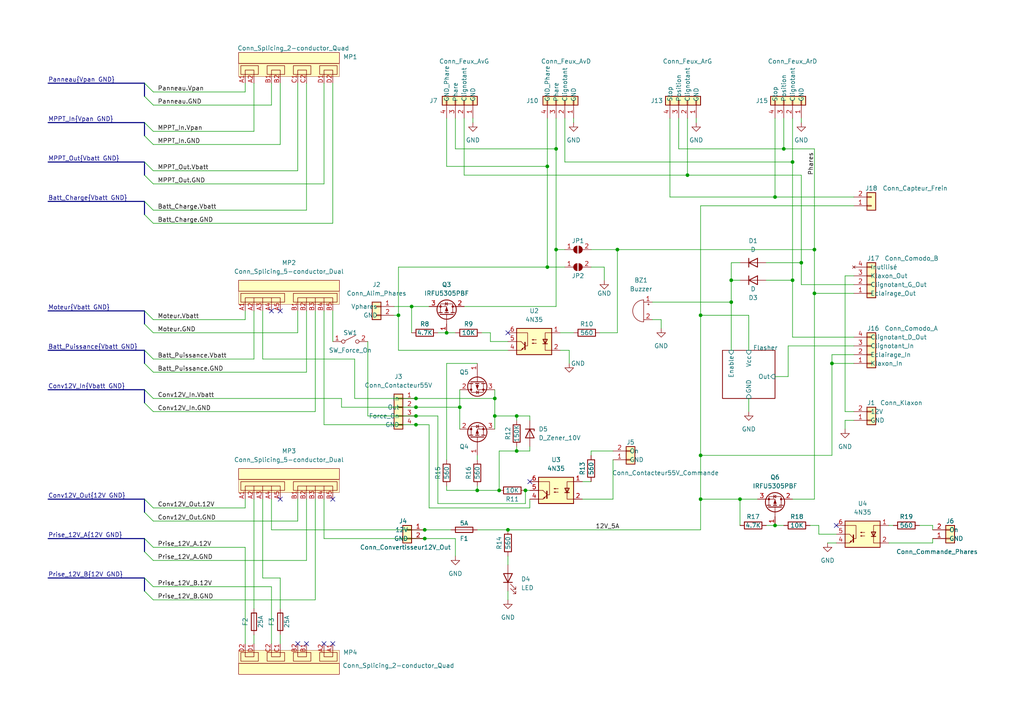
<source format=kicad_sch>
(kicad_sch (version 20211123) (generator eeschema)
  (paper "A4")
  (title_block (title "Boitier électrique vhéliotech") (date "2025-04-09") (rev "Beta 0.2") (company "Vélo solaire pour tous") (comment 1 "Licence CERN-OHL-S version 2"))
  (lib_symbols
    (symbol "Conn_Feux_Arriere_1" (pin_names (offset 1.016))
      (property "Reference" "J" (at 0 5.08 0))
      (property "Value" "Conn_Feux_Arriere_1" (at 0 -7.62 0))
      (symbol "Conn_Feux_Arriere_1_1_1"
        (rectangle (start -1.27 -4.953) (end 0 -5.207) (stroke (width 0.1524)))
        (rectangle (start -1.27 -2.413) (end 0 -2.667) (stroke (width 0.1524)))
        (rectangle (start -1.27 0.127) (end 0 -0.127) (stroke (width 0.1524)))
        (rectangle (start -1.27 2.667) (end 0 2.413) (stroke (width 0.1524)))
        (rectangle (start -1.27 3.81) (end 1.27 -6.35) (stroke (width 0.254)) (fill (type background)))
        (pin power_in line (at -5.08 2.54 0) (length 3.81) (name "GND") (number "1"))
        (pin passive line (at -5.08 0 0) (length 3.81) (name "Clignotant") (number "2"))
        (pin passive line (at -5.08 -2.54 0) (length 3.81) (name "Position") (number "3"))
        (pin passive line (at -5.08 -5.08 0) (length 3.81) (name "Stop") (number "4"))
      )
    )
    (symbol "Connector_Generic:Conn_01x02" (pin_names (offset 1.016) hide)
      (property "Reference" "J" (at 0 2.54 0))
      (property "Value" "Conn_01x02" (at 0 -5.08 0))
      (symbol "Conn_01x02_1_1"
        (rectangle (start -1.27 -2.413) (end 0 -2.667) (stroke (width 0.1524)))
        (rectangle (start -1.27 0.127) (end 0 -0.127) (stroke (width 0.1524)))
        (rectangle (start -1.27 1.27) (end 1.27 -3.81) (stroke (width 0.254)) (fill (type background)))
        (pin passive line (at -5.08 0 0) (length 3.81) (name "Pin_1") (number "1"))
        (pin passive line (at -5.08 -2.54 0) (length 3.81) (name "Pin_2") (number "2"))
      )
    )
    (symbol "Device:Buzzer" (pin_names (offset 0.0254) hide)
      (property "Reference" "BZ" (at 3.81 1.27 0))
      (property "Value" "Buzzer" (at 3.81 -1.27 0))
      (symbol "Buzzer_0_1"
        (arc (start 0 -3.175) (mid 3.175 0) (end 0 3.175))
        (polyline (pts (xy -1.651 1.905) (xy -1.143 1.905)))
        (polyline (pts (xy -1.397 2.159) (xy -1.397 1.651)))
        (polyline (pts (xy 0 3.175) (xy 0 -3.175)))
      )
      (symbol "Buzzer_1_1"
        (pin passive line (at -2.54 2.54 0) (length 2.54) (name "-") (number "1"))
        (pin passive line (at -2.54 -2.54 0) (length 2.54) (name "+") (number "2"))
      )
    )
    (symbol "Device:D" (pin_numbers hide) (pin_names (offset 1.016) hide)
      (property "Reference" "D" (at 0 2.54 0))
      (property "Value" "D" (at 0 -2.54 0))
      (symbol "D_0_1"
        (polyline (pts (xy -1.27 1.27) (xy -1.27 -1.27)) (stroke (width 0.254)))
        (polyline (pts (xy 1.27 0) (xy -1.27 0)))
        (polyline (pts (xy 1.27 1.27) (xy 1.27 -1.27) (xy -1.27 0) (xy 1.27 1.27)) (stroke (width 0.254)))
      )
      (symbol "D_1_1"
        (pin passive line (at -3.81 0 0) (length 2.54) (name "K") (number "1"))
        (pin passive line (at 3.81 0 180) (length 2.54) (name "A") (number "2"))
      )
    )
    (symbol "Device:D_Zener" (pin_numbers hide) (pin_names (offset 1.016) hide)
      (property "Reference" "D" (at 0 2.54 0))
      (property "Value" "D_Zener" (at 0 -2.54 0))
      (symbol "D_Zener_0_1"
        (polyline (pts (xy 1.27 0) (xy -1.27 0)))
        (polyline (pts (xy -1.27 -1.27) (xy -1.27 1.27) (xy -0.762 1.27)) (stroke (width 0.254)))
        (polyline (pts (xy 1.27 -1.27) (xy 1.27 1.27) (xy -1.27 0) (xy 1.27 -1.27)) (stroke (width 0.254)))
      )
      (symbol "D_Zener_1_1"
        (pin passive line (at -3.81 0 0) (length 2.54) (name "K") (number "1"))
        (pin passive line (at 3.81 0 180) (length 2.54) (name "A") (number "2"))
      )
    )
    (symbol "Device:LED" (pin_numbers hide) (pin_names (offset 1.016) hide)
      (property "Reference" "D" (at 0 2.54 0))
      (property "Value" "LED" (at 0 -2.54 0))
      (symbol "LED_0_1"
        (polyline (pts (xy -1.27 -1.27) (xy -1.27 1.27)) (stroke (width 0.254)))
        (polyline (pts (xy -1.27 0) (xy 1.27 0)))
        (polyline (pts (xy 1.27 -1.27) (xy 1.27 1.27) (xy -1.27 0) (xy 1.27 -1.27)) (stroke (width 0.254)))
        (polyline (pts (xy -3.048 -0.762) (xy -4.572 -2.286) (xy -3.81 -2.286) (xy -4.572 -2.286) (xy -4.572 -1.524)))
        (polyline (pts (xy -1.778 -0.762) (xy -3.302 -2.286) (xy -2.54 -2.286) (xy -3.302 -2.286) (xy -3.302 -1.524)))
      )
      (symbol "LED_1_1"
        (pin passive line (at -3.81 0 0) (length 2.54) (name "K") (number "1"))
        (pin passive line (at 3.81 0 180) (length 2.54) (name "A") (number "2"))
      )
    )
    (symbol "Device:R" (pin_numbers hide) (pin_names (offset 0))
      (property "Reference" "R" (at 2.032 0 90))
      (property "Value" "R" (at 0 0 90))
      (symbol "R_0_1"
        (rectangle (start -1.016 -2.54) (end 1.016 2.54) (stroke (width 0.254)))
      )
      (symbol "R_1_1"
        (pin passive line (at 0 3.81 270) (length 1.27) (name "~") (number "1"))
        (pin passive line (at 0 -3.81 90) (length 1.27) (name "~") (number "2"))
      )
    )
    (symbol "Isolator:4N35" (pin_names (offset 1.016))
      (property "Reference" "U" (at -5.08 5.08 0))
      (property "Value" "4N35" (at 0 5.08 0))
      (symbol "4N35_0_1"
        (rectangle (start -5.08 3.81) (end 5.08 -3.81) (stroke (width 0.254)) (fill (type background)))
        (polyline (pts (xy -3.81 -0.635) (xy -2.54 -0.635)) (stroke (width 0.254)))
        (polyline (pts (xy 2.667 -1.397) (xy 3.81 -2.54)))
        (polyline (pts (xy 2.667 -1.143) (xy 3.81 0)))
        (polyline (pts (xy 3.81 -2.54) (xy 5.08 -2.54)))
        (polyline (pts (xy 3.81 0) (xy 5.08 0)))
        (polyline (pts (xy 2.667 -0.254) (xy 2.667 -2.286) (xy 2.667 -2.286)) (stroke (width 0.3556)))
        (polyline (pts (xy -5.08 -2.54) (xy -3.175 -2.54) (xy -3.175 2.54) (xy -5.08 2.54)))
        (polyline (pts (xy -3.175 -0.635) (xy -3.81 0.635) (xy -2.54 0.635) (xy -3.175 -0.635)) (stroke (width 0.254)))
        (polyline (pts (xy 3.683 -2.413) (xy 3.429 -1.905) (xy 3.175 -2.159) (xy 3.683 -2.413)))
        (polyline (pts (xy 5.08 2.54) (xy 1.905 2.54) (xy 1.905 -1.27) (xy 2.54 -1.27)))
        (polyline (pts (xy -0.635 -0.508) (xy 0.635 -0.508) (xy 0.254 -0.635) (xy 0.254 -0.381) (xy 0.635 -0.508)))
        (polyline (pts (xy -0.635 0.508) (xy 0.635 0.508) (xy 0.254 0.381) (xy 0.254 0.635) (xy 0.635 0.508)))
      )
      (symbol "4N35_1_1"
        (pin passive line (at -7.62 2.54 0) (length 2.54) (name "~") (number "1"))
        (pin passive line (at -7.62 -2.54 0) (length 2.54) (name "~") (number "2"))
        (pin no_connect line (at -5.08 0 0) (length 2.54) hide (name "NC") (number "3"))
        (pin passive line (at 7.62 -2.54 180) (length 2.54) (name "~") (number "4"))
        (pin passive line (at 7.62 0 180) (length 2.54) (name "~") (number "5"))
        (pin passive line (at 7.62 2.54 180) (length 2.54) (name "~") (number "6"))
      )
    )
    (symbol "Jumper:SolderJumper_2_Open" (pin_names (offset 0) hide)
      (property "Reference" "JP" (at 0 2.032 0))
      (property "Value" "SolderJumper_2_Open" (at 0 -2.54 0))
      (symbol "SolderJumper_2_Open_0_1"
        (arc (start -0.254 1.016) (mid -1.27 0) (end -0.254 -1.016))
        (arc (start -0.254 1.016) (mid -1.27 0) (end -0.254 -1.016) (fill (type outline)))
        (polyline (pts (xy -0.254 1.016) (xy -0.254 -1.016)))
        (polyline (pts (xy 0.254 1.016) (xy 0.254 -1.016)))
        (arc (start 0.254 -1.016) (mid 1.27 0) (end 0.254 1.016))
        (arc (start 0.254 -1.016) (mid 1.27 0) (end 0.254 1.016) (fill (type outline)))
      )
      (symbol "SolderJumper_2_Open_1_1"
        (pin passive line (at -3.81 0 0) (length 2.54) (name "A") (number "1"))
        (pin passive line (at 3.81 0 180) (length 2.54) (name "B") (number "2"))
      )
    )
    (symbol "Switch:SW_SPST" (pin_names (offset 0) hide)
      (property "Reference" "SW" (at 0 3.175 0))
      (property "Value" "SW_SPST" (at 0 -2.54 0))
      (symbol "SW_SPST_0_0"
        (circle (center -2.032 0) (radius 0.508))
        (polyline (pts (xy -1.524 0.254) (xy 1.524 1.778)))
        (circle (center 2.032 0) (radius 0.508))
      )
      (symbol "SW_SPST_1_1"
        (pin passive line (at -5.08 0 0) (length 2.54) (name "A") (number "1"))
        (pin passive line (at 5.08 0 180) (length 2.54) (name "B") (number "2"))
      )
    )
    (symbol "Transistor_FET:FQP27P06" (pin_names hide)
      (property "Reference" "Q" (at 5.08 1.905 0))
      (property "Value" "FQP27P06" (at 5.08 0 0))
      (symbol "FQP27P06_0_1"
        (polyline (pts (xy 0.254 0) (xy -2.54 0)))
        (polyline (pts (xy 0.254 1.905) (xy 0.254 -1.905)) (stroke (width 0.254)))
        (polyline (pts (xy 0.762 -1.27) (xy 0.762 -2.286)) (stroke (width 0.254)))
        (polyline (pts (xy 0.762 0.508) (xy 0.762 -0.508)) (stroke (width 0.254)))
        (polyline (pts (xy 0.762 2.286) (xy 0.762 1.27)) (stroke (width 0.254)))
        (polyline (pts (xy 2.54 2.54) (xy 2.54 1.778)))
        (polyline (pts (xy 2.54 -2.54) (xy 2.54 0) (xy 0.762 0)))
        (polyline (pts (xy 0.762 1.778) (xy 3.302 1.778) (xy 3.302 -1.778) (xy 0.762 -1.778)))
        (polyline (pts (xy 2.286 0) (xy 1.27 0.381) (xy 1.27 -0.381) (xy 2.286 0)) (fill (type outline)))
        (polyline (pts (xy 2.794 -0.508) (xy 2.921 -0.381) (xy 3.683 -0.381) (xy 3.81 -0.254)))
        (polyline (pts (xy 3.302 -0.381) (xy 2.921 0.254) (xy 3.683 0.254) (xy 3.302 -0.381)))
        (circle (center 1.651 0) (radius 2.794) (stroke (width 0.254)))
        (circle (center 2.54 -1.778) (radius 0.254) (fill (type outline)))
        (circle (center 2.54 1.778) (radius 0.254) (fill (type outline)))
      )
      (symbol "FQP27P06_1_1"
        (pin input line (at -5.08 0 0) (length 2.54) (name "G") (number "1"))
        (pin passive line (at 2.54 5.08 270) (length 2.54) (name "D") (number "2"))
        (pin passive line (at 2.54 -5.08 90) (length 2.54) (name "S") (number "3"))
      )
    )
    (symbol "circuit:Conn_Alim_Phares" (pin_names (offset 1.016))
      (property "Reference" "J" (at 0 2.54 0))
      (property "Value" "Conn_Alim_Phares" (at 0 -5.08 0))
      (symbol "Conn_Alim_Phares_1_1"
        (rectangle (start -1.27 -2.413) (end 0 -2.667) (stroke (width 0.1524)))
        (rectangle (start -1.27 0.127) (end 0 -0.127) (stroke (width 0.1524)))
        (rectangle (start -1.27 1.27) (end 1.27 -3.81) (stroke (width 0.254)) (fill (type background)))
        (pin power_out line (at -5.08 0 0) (length 3.81) (name "Vphares") (number "1"))
        (pin power_out line (at -5.08 -2.54 0) (length 3.81) (name "GND") (number "2"))
      )
    )
    (symbol "circuit:Conn_Commande_Phares" (pin_names (offset 1.016))
      (property "Reference" "J" (at 0 2.54 0))
      (property "Value" "Conn_Commande_Phares" (at 0 -5.08 0))
      (symbol "Conn_Commande_Phares_1_1"
        (rectangle (start -1.27 -2.413) (end 0 -2.667) (stroke (width 0.1524)))
        (rectangle (start -1.27 0.127) (end 0 -0.127) (stroke (width 0.1524)))
        (rectangle (start -1.27 1.27) (end 1.27 -3.81) (stroke (width 0.254)) (fill (type background)))
        (pin power_in line (at -5.08 0 0) (length 3.81) (name "GND") (number "1"))
        (pin passive line (at -5.08 -2.54 0) (length 3.81) (name "On") (number "2"))
      )
    )
    (symbol "circuit:Conn_Comodo_A" (pin_names (offset 1.016))
      (property "Reference" "J" (at 0 5.08 0))
      (property "Value" "Conn_Comodo_A" (at 0 -7.62 0))
      (symbol "Conn_Comodo_A_1_1"
        (rectangle (start -1.27 -4.953) (end 0 -5.207) (stroke (width 0.1524)))
        (rectangle (start -1.27 -2.413) (end 0 -2.667) (stroke (width 0.1524)))
        (rectangle (start -1.27 0.127) (end 0 -0.127) (stroke (width 0.1524)))
        (rectangle (start -1.27 2.667) (end 0 2.413) (stroke (width 0.1524)))
        (rectangle (start -1.27 3.81) (end 1.27 -6.35) (stroke (width 0.254)) (fill (type background)))
        (pin passive line (at -5.08 2.54 0) (length 3.81) (name "Klaxon_In") (number "1"))
        (pin passive line (at -5.08 0 0) (length 3.81) (name "Eclairage_In") (number "2"))
        (pin passive line (at -5.08 -2.54 0) (length 3.81) (name "Clignotant_In") (number "3"))
        (pin passive line (at -5.08 -5.08 0) (length 3.81) (name "Clignotant_D_Out") (number "4"))
      )
    )
    (symbol "circuit:Conn_Comodo_B" (pin_names (offset 1.016))
      (property "Reference" "J" (at 0 5.08 0))
      (property "Value" "Conn_Comodo_B" (at 0 -7.62 0))
      (symbol "Conn_Comodo_B_1_1"
        (rectangle (start -1.27 -4.953) (end 0 -5.207) (stroke (width 0.1524)))
        (rectangle (start -1.27 -2.413) (end 0 -2.667) (stroke (width 0.1524)))
        (rectangle (start -1.27 0.127) (end 0 -0.127) (stroke (width 0.1524)))
        (rectangle (start -1.27 2.667) (end 0 2.413) (stroke (width 0.1524)))
        (rectangle (start -1.27 3.81) (end 1.27 -6.35) (stroke (width 0.254)) (fill (type background)))
        (pin passive line (at -5.08 2.54 0) (length 3.81) (name "Eclairage_Out") (number "1"))
        (pin passive line (at -5.08 0 0) (length 3.81) (name "Clignotant_G_Out") (number "2"))
        (pin passive line (at -5.08 -2.54 0) (length 3.81) (name "Klaxon_Out") (number "3"))
        (pin no_connect line (at -5.08 -5.08 0) (length 3.81) (name "Inutilisé") (number "4"))
      )
    )
    (symbol "circuit:Conn_Contacteur55V" (pin_names (offset 1.016))
      (property "Reference" "J" (at 0 5.08 0))
      (property "Value" "Conn_Contacteur55V" (at 0 -7.62 0))
      (symbol "Conn_Contacteur55V_1_1"
        (rectangle (start -1.27 -4.953) (end 0 -5.207) (stroke (width 0.1524)))
        (rectangle (start -1.27 -2.413) (end 0 -2.667) (stroke (width 0.1524)))
        (rectangle (start -1.27 0.127) (end 0 -0.127) (stroke (width 0.1524)))
        (rectangle (start -1.27 2.667) (end 0 2.413) (stroke (width 0.1524)))
        (rectangle (start -1.27 3.81) (end 1.27 -6.35) (stroke (width 0.254)) (fill (type background)))
        (pin power_in line (at -5.08 2.54 0) (length 3.81) (name "In") (number "1"))
        (pin power_in line (at -5.08 0 0) (length 3.81) (name "Out") (number "2"))
        (pin passive line (at -5.08 -2.54 0) (length 3.81) (name "Force_On") (number "3"))
        (pin power_in line (at -5.08 -5.08 0) (length 3.81) (name "GND") (number "4"))
      )
    )
    (symbol "circuit:Conn_Contacteur55V_Commande" (pin_names (offset 1.016))
      (property "Reference" "J" (at 0 2.54 0))
      (property "Value" "Conn_Contacteur55V_Commande" (at 0 -5.08 0))
      (symbol "Conn_Contacteur55V_Commande_1_1"
        (rectangle (start -1.27 -2.413) (end 0 -2.667) (stroke (width 0.1524)))
        (rectangle (start -1.27 0.127) (end 0 -0.127) (stroke (width 0.1524)))
        (rectangle (start -1.27 1.27) (end 1.27 -3.81) (stroke (width 0.254)) (fill (type background)))
        (pin power_in line (at -5.08 0 0) (length 3.81) (name "GND") (number "1"))
        (pin passive line (at -5.08 -2.54 0) (length 3.81) (name "On") (number "2"))
      )
    )
    (symbol "circuit:Conn_Convertisseur12V_Out" (pin_names (offset 1.016))
      (property "Reference" "J" (at 0 2.54 0))
      (property "Value" "Conn_Convertisseur12V_Out" (at 0 -5.08 0))
      (symbol "Conn_Convertisseur12V_Out_1_1"
        (rectangle (start -1.27 -2.413) (end 0 -2.667) (stroke (width 0.1524)))
        (rectangle (start -1.27 0.127) (end 0 -0.127) (stroke (width 0.1524)))
        (rectangle (start -1.27 1.27) (end 1.27 -3.81) (stroke (width 0.254)) (fill (type background)))
        (pin power_out line (at -5.08 0 0) (length 3.81) (name "12V") (number "1"))
        (pin power_out line (at -5.08 -2.54 0) (length 3.81) (name "GND") (number "2"))
      )
    )
    (symbol "circuit:Conn_Feux_Arriere" (pin_names (offset 1.016))
      (property "Reference" "J" (at 0 5.08 0))
      (property "Value" "Conn_Feux_Arriere" (at 0 -7.62 0))
      (symbol "Conn_Feux_Arriere_1_1"
        (rectangle (start -1.27 -4.953) (end 0 -5.207) (stroke (width 0.1524)))
        (rectangle (start -1.27 -2.413) (end 0 -2.667) (stroke (width 0.1524)))
        (rectangle (start -1.27 0.127) (end 0 -0.127) (stroke (width 0.1524)))
        (rectangle (start -1.27 2.667) (end 0 2.413) (stroke (width 0.1524)))
        (rectangle (start -1.27 3.81) (end 1.27 -6.35) (stroke (width 0.254)) (fill (type background)))
        (pin power_in line (at -5.08 2.54 0) (length 3.81) (name "GND") (number "1"))
        (pin passive line (at -5.08 0 0) (length 3.81) (name "Clignotant") (number "2"))
        (pin passive line (at -5.08 -2.54 0) (length 3.81) (name "Position") (number "3"))
        (pin passive line (at -5.08 -5.08 0) (length 3.81) (name "Stop") (number "4"))
      )
    )
    (symbol "circuit:Conn_Feux_Avant" (pin_names (offset 1.016))
      (property "Reference" "J" (at 0 5.08 0))
      (property "Value" "Conn_Feux_Avant" (at 0 -7.62 0))
      (symbol "Conn_Feux_Avant_1_1"
        (rectangle (start -1.27 -4.953) (end 0 -5.207) (stroke (width 0.1524)))
        (rectangle (start -1.27 -2.413) (end 0 -2.667) (stroke (width 0.1524)))
        (rectangle (start -1.27 0.127) (end 0 -0.127) (stroke (width 0.1524)))
        (rectangle (start -1.27 2.667) (end 0 2.413) (stroke (width 0.1524)))
        (rectangle (start -1.27 3.81) (end 1.27 -6.35) (stroke (width 0.254)) (fill (type background)))
        (pin power_in line (at -5.08 2.54 0) (length 3.81) (name "GND") (number "1"))
        (pin passive line (at -5.08 0 0) (length 3.81) (name "Clignotant") (number "2"))
        (pin passive line (at -5.08 -2.54 0) (length 3.81) (name "Phare") (number "3"))
        (pin power_in line (at -5.08 -5.08 0) (length 3.81) (name "GND_Phare") (number "4"))
      )
    )
    (symbol "circuit:Conn_Klaxon" (pin_names (offset 1.016))
      (property "Reference" "J" (at 0 2.54 0))
      (property "Value" "Conn_Klaxon" (at 0 -5.08 0))
      (symbol "Conn_Klaxon_1_1"
        (rectangle (start -1.27 -2.413) (end 0 -2.667) (stroke (width 0.1524)))
        (rectangle (start -1.27 0.127) (end 0 -0.127) (stroke (width 0.1524)))
        (rectangle (start -1.27 1.27) (end 1.27 -3.81) (stroke (width 0.254)) (fill (type background)))
        (pin power_in line (at -5.08 0 0) (length 3.81) (name "GND") (number "1"))
        (pin passive line (at -5.08 -2.54 0) (length 3.81) (name "12V") (number "2"))
      )
    )
    (symbol "circuit:Conn_Splicing_2-conductor_Quad"
      (property "Reference" "MP" (at 0.635 11.43 0))
      (property "Value" "Conn_Splicing_2-conductor_Quad" (at 1.27 -21.59 0))
      (symbol "Conn_Splicing_2-conductor_Quad_0_1"
        (rectangle (start -3.175 9.525) (end 0.635 -19.685) (stroke (width 0.01)) (fill (type background)))
        (rectangle (start -2.54 -13.97) (end 0 -19.05))
        (rectangle (start -2.54 -6.35) (end 0 -11.43))
        (rectangle (start -2.54 1.27) (end 0 -3.81))
        (rectangle (start -2.54 8.89) (end 0 3.81))
        (polyline (pts (xy -2.54 -15.24) (xy -1.27 -15.24) (xy -1.27 -17.78) (xy -2.54 -17.78)))
        (polyline (pts (xy -2.54 -7.62) (xy -1.27 -7.62) (xy -1.27 -10.16) (xy -2.54 -10.16)))
        (polyline (pts (xy -2.54 0) (xy -1.27 0) (xy -1.27 -2.54) (xy -2.54 -2.54)))
        (polyline (pts (xy -2.54 7.62) (xy -1.27 7.62) (xy -1.27 5.08) (xy -2.54 5.08)))
        (rectangle (start 0.635 9.525) (end 3.81 -19.685) (fill (type background)))
      )
      (symbol "Conn_Splicing_2-conductor_Quad_1_1"
        (pin passive line (at -5.08 7.62 0) (length 2.54) (name "") (number "A1"))
        (pin passive line (at -5.08 5.08 0) (length 2.54) (name "") (number "A2"))
        (pin passive line (at -5.08 0 0) (length 2.54) (name "") (number "B1"))
        (pin passive line (at -5.08 -2.54 0) (length 2.54) (name "") (number "B2"))
        (pin passive line (at -5.08 -7.62 0) (length 2.54) (name "") (number "C1"))
        (pin passive line (at -5.08 -10.16 0) (length 2.54) (name "") (number "C2"))
        (pin passive line (at -5.08 -15.24 0) (length 2.54) (name "") (number "D1"))
        (pin passive line (at -5.08 -17.78 0) (length 2.54) (name "") (number "D2"))
      )
    )
    (symbol "circuit:Conn_Splicing_5-conductor_Dual"
      (property "Reference" "MP" (at 0.635 11.43 0))
      (property "Value" "Conn_Splicing_5-conductor_Dual" (at 1.27 -21.59 0))
      (symbol "Conn_Splicing_5-conductor_Dual_0_1"
        (rectangle (start -3.175 9.525) (end 0.635 -19.685) (stroke (width 0.01)) (fill (type background)))
        (rectangle (start -2.54 -6.35) (end 0 -19.05))
        (rectangle (start -2.54 8.89) (end 0 -3.81))
        (polyline (pts (xy -1.27 -15.24) (xy -2.54 -15.24)))
        (polyline (pts (xy -1.27 -12.7) (xy -2.54 -12.7)))
        (polyline (pts (xy -1.27 -10.16) (xy -2.54 -10.16)))
        (polyline (pts (xy -1.27 0) (xy -2.54 0)))
        (polyline (pts (xy -1.27 2.54) (xy -2.54 2.54)))
        (polyline (pts (xy -1.27 5.08) (xy -2.54 5.08)))
        (polyline (pts (xy -2.54 -7.62) (xy -1.27 -7.62) (xy -1.27 -17.78) (xy -2.54 -17.78)))
        (polyline (pts (xy -2.54 7.62) (xy -1.27 7.62) (xy -1.27 -2.54) (xy -2.54 -2.54)))
        (rectangle (start 0.635 9.525) (end 3.81 -19.685) (fill (type background)))
      )
      (symbol "Conn_Splicing_5-conductor_Dual_1_1"
        (pin passive line (at -5.08 7.62 0) (length 2.54) (name "") (number "A1"))
        (pin passive line (at -5.08 5.08 0) (length 2.54) (name "") (number "A2"))
        (pin passive line (at -5.08 2.54 0) (length 2.54) (name "") (number "A3"))
        (pin passive line (at -5.08 0 0) (length 2.54) (name "") (number "A4"))
        (pin passive line (at -5.08 -2.54 0) (length 2.54) (name "") (number "A5"))
        (pin passive line (at -5.08 -7.62 0) (length 2.54) (name "") (number "B1"))
        (pin passive line (at -5.08 -10.16 0) (length 2.54) (name "") (number "B2"))
        (pin passive line (at -5.08 -12.7 0) (length 2.54) (name "") (number "B3"))
        (pin passive line (at -5.08 -15.24 0) (length 2.54) (name "") (number "B4"))
        (pin passive line (at -5.08 -17.78 0) (length 2.54) (name "") (number "B5"))
      )
    )
    (symbol "circuit:Fuse" (pin_numbers hide) (pin_names (offset 0))
      (property "Reference" "F" (at 2.032 0 90))
      (property "Value" "Fuse" (at -1.905 0 90))
      (symbol "Fuse_0_1"
        (rectangle (start -0.762 -2.54) (end 0.762 2.54) (stroke (width 0.254)))
        (polyline (pts (xy 0 2.54) (xy 0 -2.54)))
      )
      (symbol "Fuse_1_1"
        (pin passive line (at 0 3.81 270) (length 1.27) (name "~") (number "1"))
        (pin passive line (at 0 -3.81 90) (length 1.27) (name "~") (number "2"))
      )
    )
    (symbol "power:GND" (power) (pin_names (offset 0))
      (property "Value" "GND" (at 0 -3.81 0))
      (symbol "GND_0_1"
        (polyline (pts (xy 0 0) (xy 0 -1.27) (xy 1.27 -1.27) (xy 0 -2.54) (xy -1.27 -1.27) (xy 0 -1.27)))
      )
      (symbol "GND_1_1"
        (pin power_in line (at 0 0 270) (length 0) hide (name "GND") (number "1"))
      )
    )
  )
  (junction (at 203.2 132.08))
  (junction (at 149.86 130.81))
  (junction (at 149.86 120.65))
  (junction (at 123.19 156.21))
  (junction (at 179.07 72.39))
  (junction (at 144.78 142.24))
  (junction (at 120.65 120.65))
  (junction (at 199.39 50.8))
  (junction (at 161.29 43.18))
  (junction (at 120.65 123.19))
  (junction (at 224.79 57.15))
  (junction (at 229.87 81.28))
  (junction (at 203.2 91.44))
  (junction (at 115.57 91.44))
  (junction (at 224.79 152.4))
  (junction (at 227.33 43.18))
  (junction (at 161.29 72.39))
  (junction (at 229.87 46.99))
  (junction (at 212.09 81.28))
  (junction (at 241.3 105.41))
  (junction (at 138.43 142.24))
  (junction (at 236.22 72.39))
  (junction (at 152.4 142.24))
  (junction (at 158.75 48.26))
  (junction (at 212.09 87.63))
  (junction (at 133.35 118.11))
  (junction (at 143.51 120.65))
  (junction (at 147.32 153.67))
  (junction (at 120.65 118.11))
  (junction (at 120.65 115.57))
  (junction (at 143.51 115.57))
  (junction (at 129.54 96.52))
  (junction (at 123.19 153.67))
  (junction (at 236.22 85.09))
  (junction (at 203.2 144.78))
  (junction (at 232.41 76.2))
  (junction (at 214.63 144.78))
  (junction (at 158.75 77.47))
  (junction (at 119.38 88.9))
  (no_connect (at 96.52 186.69))
  (no_connect (at 242.57 152.4))
  (no_connect (at 96.52 144.78))
  (no_connect (at 147.32 96.52))
  (no_connect (at 78.74 90.17))
  (no_connect (at 88.9 186.69))
  (no_connect (at 93.98 186.69))
  (no_connect (at 86.36 186.69))
  (no_connect (at 81.28 144.78))
  (no_connect (at 153.67 139.7))
  (no_connect (at 81.28 90.17))
  (bus_entry (at 41.91 35.56) (size 2.54 2.54))
  (bus_entry (at 41.91 105.41) (size 2.54 2.54))
  (bus_entry (at 41.91 144.78) (size 2.54 2.54))
  (bus_entry (at 41.91 58.42) (size 2.54 2.54))
  (bus_entry (at 41.91 116.84) (size 2.54 2.54))
  (bus_entry (at 41.91 62.23) (size 2.54 2.54))
  (bus_entry (at 41.91 24.13) (size 2.54 2.54))
  (bus_entry (at 41.91 50.8) (size 2.54 2.54))
  (bus_entry (at 41.91 167.64) (size 2.54 2.54))
  (bus_entry (at 41.91 46.99) (size 2.54 2.54))
  (bus_entry (at 41.91 156.21) (size 2.54 2.54))
  (bus_entry (at 41.91 93.98) (size 2.54 2.54))
  (bus_entry (at 41.91 113.03) (size 2.54 2.54))
  (bus_entry (at 41.91 171.45) (size 2.54 2.54))
  (bus_entry (at 41.91 90.17) (size 2.54 2.54))
  (bus_entry (at 41.91 148.59) (size 2.54 2.54))
  (bus_entry (at 41.91 27.94) (size 2.54 2.54))
  (bus_entry (at 41.91 160.02) (size 2.54 2.54))
  (bus_entry (at 41.91 101.6) (size 2.54 2.54))
  (bus_entry (at 41.91 39.37) (size 2.54 2.54))
  (wire (pts (xy 217.17 115.57) (xy 217.17 119.38)))
  (wire (pts (xy 71.12 147.32) (xy 71.12 144.78)))
  (wire (pts (xy 203.2 144.78) (xy 203.2 153.67)))
  (wire (pts (xy 214.63 144.78) (xy 219.71 144.78)))
  (wire (pts (xy 212.09 87.63) (xy 212.09 101.6)))
  (wire (pts (xy 161.29 72.39) (xy 161.29 88.9)))
  (wire (pts (xy 247.65 121.92) (xy 245.11 121.92)))
  (wire (pts (xy 149.86 130.81) (xy 153.67 130.81)))
  (bus (pts (xy 41.91 35.56) (xy 41.91 39.37)))
  (wire (pts (xy 133.35 118.11) (xy 133.35 124.46)))
  (wire (pts (xy 203.2 144.78) (xy 214.63 144.78)))
  (wire (pts (xy 88.9 162.56) (xy 88.9 144.78)))
  (wire (pts (xy 129.54 34.29) (xy 129.54 48.26)))
  (wire (pts (xy 228.6 100.33) (xy 228.6 109.22)))
  (wire (pts (xy 222.25 76.2) (xy 232.41 76.2)))
  (wire (pts (xy 153.67 130.81) (xy 153.67 129.54)))
  (wire (pts (xy 161.29 43.18) (xy 132.08 43.18)))
  (wire (pts (xy 212.09 81.28) (xy 212.09 87.63)))
  (bus (pts (xy 13.97 24.13) (xy 41.91 24.13)))
  (wire (pts (xy 44.45 162.56) (xy 88.9 162.56)))
  (bus (pts (xy 41.91 144.78) (xy 41.91 148.59)))
  (wire (pts (xy 44.45 158.75) (xy 71.12 158.75)))
  (wire (pts (xy 227.33 34.29) (xy 227.33 43.18)))
  (wire (pts (xy 214.63 144.78) (xy 214.63 152.4)))
  (wire (pts (xy 44.45 170.18) (xy 78.74 170.18)))
  (wire (pts (xy 120.65 118.11) (xy 133.35 118.11)))
  (wire (pts (xy 93.98 90.17) (xy 93.98 123.19)))
  (wire (pts (xy 76.2 104.14) (xy 102.87 104.14)))
  (wire (pts (xy 199.39 34.29) (xy 199.39 50.8)))
  (wire (pts (xy 153.67 144.78) (xy 153.67 147.32)))
  (wire (pts (xy 147.32 171.45) (xy 147.32 173.99)))
  (wire (pts (xy 127 96.52) (xy 129.54 96.52)))
  (wire (pts (xy 88.9 60.96) (xy 88.9 24.13)))
  (wire (pts (xy 158.75 77.47) (xy 115.57 77.47)))
  (wire (pts (xy 229.87 46.99) (xy 163.83 46.99)))
  (wire (pts (xy 138.43 142.24) (xy 138.43 140.97)))
  (wire (pts (xy 120.65 123.19) (xy 93.98 123.19)))
  (wire (pts (xy 161.29 72.39) (xy 163.83 72.39)))
  (wire (pts (xy 152.4 142.24) (xy 152.4 146.05)))
  (wire (pts (xy 44.45 147.32) (xy 71.12 147.32)))
  (wire (pts (xy 73.66 144.78) (xy 73.66 176.53)))
  (wire (pts (xy 147.32 99.06) (xy 142.24 99.06)))
  (wire (pts (xy 237.49 152.4) (xy 237.49 154.94)))
  (wire (pts (xy 162.56 96.52) (xy 166.37 96.52)))
  (wire (pts (xy 81.28 167.64) (xy 81.28 176.53)))
  (wire (pts (xy 44.45 30.48) (xy 78.74 30.48)))
  (wire (pts (xy 137.16 34.29) (xy 137.16 35.56)))
  (wire (pts (xy 161.29 34.29) (xy 161.29 43.18)))
  (wire (pts (xy 241.3 105.41) (xy 241.3 102.87)))
  (wire (pts (xy 229.87 144.78) (xy 236.22 144.78)))
  (wire (pts (xy 129.54 140.97) (xy 129.54 142.24)))
  (wire (pts (xy 114.3 91.44) (xy 115.57 91.44)))
  (wire (pts (xy 44.45 26.67) (xy 71.12 26.67)))
  (wire (pts (xy 102.87 115.57) (xy 120.65 115.57)))
  (wire (pts (xy 179.07 72.39) (xy 236.22 72.39)))
  (wire (pts (xy 96.52 90.17) (xy 96.52 99.06)))
  (wire (pts (xy 158.75 77.47) (xy 163.83 77.47)))
  (wire (pts (xy 147.32 153.67) (xy 203.2 153.67)))
  (wire (pts (xy 71.12 92.71) (xy 71.12 90.17)))
  (wire (pts (xy 161.29 43.18) (xy 161.29 72.39)))
  (wire (pts (xy 245.11 119.38) (xy 247.65 119.38)))
  (wire (pts (xy 86.36 96.52) (xy 86.36 90.17)))
  (wire (pts (xy 247.65 97.79) (xy 229.87 97.79)))
  (wire (pts (xy 91.44 173.99) (xy 91.44 144.78)))
  (bus (pts (xy 13.97 144.78) (xy 41.91 144.78)))
  (wire (pts (xy 102.87 104.14) (xy 102.87 115.57)))
  (wire (pts (xy 143.51 115.57) (xy 143.51 120.65)))
  (wire (pts (xy 127 120.65) (xy 120.65 120.65)))
  (wire (pts (xy 78.74 186.69) (xy 78.74 170.18)))
  (bus (pts (xy 13.97 156.21) (xy 41.91 156.21)))
  (wire (pts (xy 203.2 91.44) (xy 217.17 91.44)))
  (bus (pts (xy 13.97 58.42) (xy 41.91 58.42)))
  (bus (pts (xy 13.97 35.56) (xy 41.91 35.56)))
  (wire (pts (xy 245.11 80.01) (xy 245.11 119.38)))
  (wire (pts (xy 129.54 48.26) (xy 158.75 48.26)))
  (wire (pts (xy 73.66 184.15) (xy 73.66 186.69)))
  (wire (pts (xy 203.2 91.44) (xy 203.2 132.08)))
  (wire (pts (xy 224.79 57.15) (xy 224.79 34.29)))
  (wire (pts (xy 123.19 156.21) (xy 132.08 156.21)))
  (wire (pts (xy 162.56 101.6) (xy 165.1 101.6)))
  (wire (pts (xy 138.43 153.67) (xy 147.32 153.67)))
  (wire (pts (xy 191.77 95.25) (xy 191.77 92.71)))
  (wire (pts (xy 179.07 72.39) (xy 179.07 96.52)))
  (wire (pts (xy 153.67 121.92) (xy 153.67 120.65)))
  (wire (pts (xy 201.93 34.29) (xy 201.93 35.56)))
  (wire (pts (xy 236.22 43.18) (xy 236.22 72.39)))
  (wire (pts (xy 177.8 133.35) (xy 177.8 144.78)))
  (wire (pts (xy 81.28 184.15) (xy 81.28 186.69)))
  (wire (pts (xy 241.3 105.41) (xy 241.3 132.08)))
  (wire (pts (xy 158.75 48.26) (xy 158.75 77.47)))
  (wire (pts (xy 153.67 120.65) (xy 149.86 120.65)))
  (wire (pts (xy 76.2 90.17) (xy 76.2 104.14)))
  (wire (pts (xy 78.74 30.48) (xy 78.74 24.13)))
  (wire (pts (xy 212.09 76.2) (xy 212.09 81.28)))
  (wire (pts (xy 78.74 153.67) (xy 78.74 144.78)))
  (wire (pts (xy 153.67 147.32) (xy 124.46 147.32)))
  (wire (pts (xy 152.4 146.05) (xy 127 146.05)))
  (wire (pts (xy 44.45 53.34) (xy 93.98 53.34)))
  (wire (pts (xy 194.31 57.15) (xy 194.31 34.29)))
  (wire (pts (xy 229.87 81.28) (xy 229.87 97.79)))
  (wire (pts (xy 114.3 88.9) (xy 119.38 88.9)))
  (wire (pts (xy 228.6 100.33) (xy 247.65 100.33)))
  (wire (pts (xy 134.62 50.8) (xy 134.62 34.29)))
  (wire (pts (xy 245.11 80.01) (xy 247.65 80.01)))
  (wire (pts (xy 115.57 91.44) (xy 115.57 101.6)))
  (wire (pts (xy 222.25 81.28) (xy 229.87 81.28)))
  (bus (pts (xy 13.97 113.03) (xy 41.91 113.03)))
  (wire (pts (xy 168.91 139.7) (xy 171.45 139.7)))
  (bus (pts (xy 41.91 101.6) (xy 41.91 105.41)))
  (wire (pts (xy 179.07 96.52) (xy 173.99 96.52)))
  (wire (pts (xy 115.57 77.47) (xy 115.57 91.44)))
  (bus (pts (xy 41.91 46.99) (xy 41.91 50.8)))
  (wire (pts (xy 88.9 107.95) (xy 88.9 90.17)))
  (wire (pts (xy 44.45 115.57) (xy 99.06 115.57)))
  (wire (pts (xy 144.78 130.81) (xy 144.78 142.24)))
  (wire (pts (xy 212.09 81.28) (xy 214.63 81.28)))
  (bus (pts (xy 41.91 24.13) (xy 41.91 27.94)))
  (wire (pts (xy 86.36 151.13) (xy 86.36 144.78)))
  (wire (pts (xy 44.45 107.95) (xy 88.9 107.95)))
  (wire (pts (xy 76.2 144.78) (xy 76.2 167.64)))
  (wire (pts (xy 232.41 76.2) (xy 232.41 82.55)))
  (wire (pts (xy 147.32 161.29) (xy 147.32 163.83)))
  (wire (pts (xy 203.2 59.69) (xy 247.65 59.69)))
  (wire (pts (xy 99.06 118.11) (xy 99.06 115.57)))
  (wire (pts (xy 189.23 87.63) (xy 212.09 87.63)))
  (wire (pts (xy 106.68 99.06) (xy 106.68 120.65)))
  (wire (pts (xy 149.86 129.54) (xy 149.86 130.81)))
  (wire (pts (xy 86.36 49.53) (xy 86.36 24.13)))
  (wire (pts (xy 123.19 153.67) (xy 78.74 153.67)))
  (wire (pts (xy 44.45 41.91) (xy 81.28 41.91)))
  (wire (pts (xy 196.85 34.29) (xy 196.85 43.18)))
  (wire (pts (xy 93.98 156.21) (xy 93.98 144.78)))
  (wire (pts (xy 177.8 130.81) (xy 171.45 130.81)))
  (wire (pts (xy 81.28 41.91) (xy 81.28 24.13)))
  (wire (pts (xy 127 146.05) (xy 127 120.65)))
  (wire (pts (xy 147.32 101.6) (xy 115.57 101.6)))
  (wire (pts (xy 203.2 59.69) (xy 203.2 91.44)))
  (wire (pts (xy 214.63 76.2) (xy 212.09 76.2)))
  (bus (pts (xy 41.91 167.64) (xy 41.91 171.45)))
  (wire (pts (xy 44.45 119.38) (xy 91.44 119.38)))
  (wire (pts (xy 73.66 104.14) (xy 73.66 90.17)))
  (wire (pts (xy 119.38 88.9) (xy 119.38 96.52)))
  (wire (pts (xy 44.45 64.77) (xy 96.52 64.77)))
  (wire (pts (xy 241.3 102.87) (xy 247.65 102.87)))
  (wire (pts (xy 171.45 72.39) (xy 179.07 72.39)))
  (wire (pts (xy 44.45 151.13) (xy 86.36 151.13)))
  (wire (pts (xy 199.39 50.8) (xy 134.62 50.8)))
  (wire (pts (xy 168.91 144.78) (xy 177.8 144.78)))
  (wire (pts (xy 247.65 105.41) (xy 241.3 105.41)))
  (wire (pts (xy 44.45 49.53) (xy 86.36 49.53)))
  (wire (pts (xy 91.44 119.38) (xy 91.44 90.17)))
  (wire (pts (xy 270.51 153.67) (xy 270.51 152.4)))
  (wire (pts (xy 132.08 156.21) (xy 132.08 161.29)))
  (wire (pts (xy 232.41 50.8) (xy 232.41 76.2)))
  (wire (pts (xy 138.43 142.24) (xy 144.78 142.24)))
  (wire (pts (xy 245.11 121.92) (xy 245.11 124.46)))
  (wire (pts (xy 73.66 38.1) (xy 73.66 24.13)))
  (wire (pts (xy 124.46 147.32) (xy 124.46 123.19)))
  (wire (pts (xy 120.65 115.57) (xy 143.51 115.57)))
  (wire (pts (xy 224.79 57.15) (xy 194.31 57.15)))
  (wire (pts (xy 142.24 99.06) (xy 142.24 96.52)))
  (wire (pts (xy 163.83 46.99) (xy 163.83 34.29)))
  (wire (pts (xy 44.45 92.71) (xy 71.12 92.71)))
  (wire (pts (xy 266.7 152.4) (xy 270.51 152.4)))
  (wire (pts (xy 71.12 26.67) (xy 71.12 24.13)))
  (wire (pts (xy 224.79 57.15) (xy 247.65 57.15)))
  (bus (pts (xy 13.97 167.64) (xy 41.91 167.64)))
  (wire (pts (xy 175.26 81.28) (xy 175.26 77.47)))
  (wire (pts (xy 236.22 85.09) (xy 247.65 85.09)))
  (wire (pts (xy 143.51 120.65) (xy 143.51 124.46)))
  (wire (pts (xy 143.51 113.03) (xy 143.51 115.57)))
  (wire (pts (xy 236.22 85.09) (xy 236.22 144.78)))
  (wire (pts (xy 133.35 113.03) (xy 133.35 118.11)))
  (wire (pts (xy 171.45 77.47) (xy 175.26 77.47)))
  (wire (pts (xy 44.45 60.96) (xy 88.9 60.96)))
  (wire (pts (xy 44.45 96.52) (xy 86.36 96.52)))
  (wire (pts (xy 138.43 133.35) (xy 138.43 132.08)))
  (wire (pts (xy 203.2 132.08) (xy 241.3 132.08)))
  (wire (pts (xy 106.68 120.65) (xy 120.65 120.65)))
  (bus (pts (xy 41.91 90.17) (xy 41.91 93.98)))
  (wire (pts (xy 124.46 123.19) (xy 120.65 123.19)))
  (wire (pts (xy 236.22 72.39) (xy 236.22 85.09)))
  (wire (pts (xy 158.75 48.26) (xy 158.75 34.29)))
  (wire (pts (xy 152.4 142.24) (xy 153.67 142.24)))
  (wire (pts (xy 229.87 46.99) (xy 229.87 81.28)))
  (wire (pts (xy 44.45 173.99) (xy 91.44 173.99)))
  (wire (pts (xy 119.38 88.9) (xy 124.46 88.9)))
  (wire (pts (xy 96.52 64.77) (xy 96.52 24.13)))
  (bus (pts (xy 13.97 46.99) (xy 41.91 46.99)))
  (bus (pts (xy 13.97 101.6) (xy 41.91 101.6)))
  (wire (pts (xy 199.39 50.8) (xy 232.41 50.8)))
  (wire (pts (xy 99.06 118.11) (xy 120.65 118.11)))
  (bus (pts (xy 41.91 58.42) (xy 41.91 62.23)))
  (wire (pts (xy 203.2 132.08) (xy 203.2 144.78)))
  (wire (pts (xy 171.45 130.81) (xy 171.45 132.08)))
  (wire (pts (xy 229.87 34.29) (xy 229.87 46.99)))
  (wire (pts (xy 166.37 34.29) (xy 166.37 35.56)))
  (wire (pts (xy 44.45 104.14) (xy 73.66 104.14)))
  (wire (pts (xy 138.43 105.41) (xy 129.54 105.41)))
  (bus (pts (xy 41.91 156.21) (xy 41.91 160.02)))
  (wire (pts (xy 224.79 109.22) (xy 228.6 109.22)))
  (wire (pts (xy 222.25 152.4) (xy 224.79 152.4)))
  (bus (pts (xy 13.97 90.17) (xy 41.91 90.17)))
  (wire (pts (xy 191.77 92.71) (xy 189.23 92.71)))
  (wire (pts (xy 257.81 152.4) (xy 259.08 152.4)))
  (wire (pts (xy 232.41 82.55) (xy 247.65 82.55)))
  (wire (pts (xy 232.41 34.29) (xy 232.41 35.56)))
  (wire (pts (xy 44.45 38.1) (xy 73.66 38.1)))
  (wire (pts (xy 217.17 91.44) (xy 217.17 101.6)))
  (wire (pts (xy 129.54 105.41) (xy 129.54 133.35)))
  (wire (pts (xy 143.51 120.65) (xy 149.86 120.65)))
  (wire (pts (xy 196.85 43.18) (xy 227.33 43.18)))
  (wire (pts (xy 76.2 167.64) (xy 81.28 167.64)))
  (wire (pts (xy 224.79 152.4) (xy 227.33 152.4)))
  (wire (pts (xy 134.62 88.9) (xy 161.29 88.9)))
  (wire (pts (xy 129.54 96.52) (xy 132.08 96.52)))
  (wire (pts (xy 129.54 142.24) (xy 138.43 142.24)))
  (wire (pts (xy 123.19 156.21) (xy 93.98 156.21)))
  (wire (pts (xy 242.57 154.94) (xy 237.49 154.94)))
  (wire (pts (xy 227.33 43.18) (xy 236.22 43.18)))
  (bus (pts (xy 41.91 113.03) (xy 41.91 116.84)))
  (wire (pts (xy 149.86 130.81) (xy 144.78 130.81)))
  (wire (pts (xy 237.49 152.4) (xy 234.95 152.4)))
  (wire (pts (xy 71.12 186.69) (xy 71.12 158.75)))
  (wire (pts (xy 242.57 157.48) (xy 240.03 157.48)))
  (wire (pts (xy 257.81 157.48) (xy 270.51 157.48)))
  (wire (pts (xy 123.19 153.67) (xy 130.81 153.67)))
  (wire (pts (xy 132.08 43.18) (xy 132.08 34.29)))
  (wire (pts (xy 270.51 156.21) (xy 270.51 157.48)))
  (wire (pts (xy 93.98 53.34) (xy 93.98 24.13)))
  (wire (pts (xy 149.86 121.92) (xy 149.86 120.65)))
  (wire (pts (xy 142.24 96.52) (xy 139.7 96.52)))
  (wire (pts (xy 165.1 101.6) (xy 165.1 105.41)))
  (label "Panneau.Vpan" (at 45.72 26.67 0))
  (label "Panneau.GND" (at 45.72 30.48 0))
  (label "Conv12V_In.Vbatt" (at 45.72 115.57 0))
  (label "Batt_Charge{Vbatt GND}" (at 13.97 58.42 0))
  (label "MPPT_Out{Vbatt GND}" (at 13.97 46.99 0))
  (label "Moteur.GND" (at 45.72 96.52 0))
  (label "Batt_Puissance.Vbatt" (at 45.72 104.14 0))
  (label "Panneau{Vpan GND}" (at 13.97 24.13 0))
  (label "Moteur.Vbatt" (at 45.72 92.71 0))
  (label "Phares" (at 236.22 50.8 90))
  (label "Conv12V_Out.GND" (at 45.72 151.13 0))
  (label "Batt_Charge.GND" (at 45.72 64.77 0))
  (label "Conv12V_Out{12V GND}" (at 13.97 144.78 0))
  (label "MPPT_In{Vpan GND}" (at 13.97 35.56 0))
  (label "Batt_Charge.Vbatt" (at 45.72 60.96 0))
  (label "Prise_12V_B{12V GND}" (at 13.97 167.64 0))
  (label "Conv12V_In{Vbatt GND}" (at 13.97 113.03 0))
  (label "Prise_12V_A.GND" (at 45.72 162.56 0))
  (label "MPPT_In.GND" (at 45.72 41.91 0))
  (label "12V_5A" (at 172.72 153.67 0))
  (label "Batt_Puissance.GND" (at 45.72 107.95 0))
  (label "Conv12V_In.GND" (at 45.72 119.38 0))
  (label "Batt_Puissance{Vbatt GND}" (at 13.97 101.6 0))
  (label "Prise_12V_A.12V" (at 45.72 158.75 0))
  (label "Moteur{Vbatt GND}" (at 13.97 90.17 0))
  (label "Prise_12V_A{12V GND}" (at 13.97 156.21 0))
  (label "Prise_12V_B.12V" (at 45.72 170.18 0))
  (label "MPPT_Out.GND" (at 45.72 53.34 0))
  (label "MPPT_Out.Vbatt" (at 45.72 49.53 0))
  (label "MPPT_In.Vpan" (at 45.72 38.1 0))
  (label "Conv12V_Out.12V" (at 45.72 147.32 0))
  (label "Prise_12V_B.GND" (at 45.72 173.99 0))
  (symbol (lib_id "Isolator:4N35") (at 154.94 99.06 0) (mirror y) (unit 1)
    (property "Reference" "U2" (at 154.94 90.17 0))
    (property "Value" "4N35" (at 154.94 92.71 0))
    (property "Footprint" "Package_DIP:DIP-6_W7.62mm" (effects hide))
    (property "Datasheet" "https://www.vishay.com/docs/81181/4n35.pdf" (effects hide))
  )
  (symbol (lib_id "power:GND") (at 245.11 124.46 0) (unit 1)
    (property "Reference" "#PWR0102" (effects hide))
    (property "Value" "GND" (at 245.11 129.54 0))
  )
  (symbol (lib_id "Device:R") (at 218.44 152.4 90) (unit 1)
    (property "Reference" "R17" (at 218.44 149.86 90))
    (property "Value" "4.7K" (at 218.44 152.4 90))
    (property "Footprint" "Resistor_THT:R_Axial_DIN0207_L6.3mm_D2.5mm_P10.16mm_Horizontal" (effects hide))
  )
  (symbol (lib_id "Isolator:4N35") (at 250.19 154.94 0) (mirror y) (unit 1)
    (property "Reference" "U4" (at 250.19 146.05 0))
    (property "Value" "4N35" (at 250.19 148.59 0))
    (property "Footprint" "Package_DIP:DIP-6_W7.62mm" (effects hide))
    (property "Datasheet" "https://www.vishay.com/docs/81181/4n35.pdf" (effects hide))
  )
  (symbol (lib_id "power:GND") (at 132.08 161.29 0) (unit 1)
    (property "Reference" "#PWR0107" (effects hide))
    (property "Value" "GND" (at 132.08 166.37 0))
  )
  (symbol (lib_id "circuit:Conn_Feux_Avant") (at 163.83 29.21 270) (mirror x) (unit 1)
    (property "Reference" "J10" (at 156.21 29.21 90) (effects (justify right)))
    (property "Value" "Conn_Feux_AvD" (at 171.45 17.78 90) (effects (justify right)))
    (property "Footprint" "circuit:TerminalBlock_Wago_2601-3104_1x04_P3.50mm_Vertical" (effects hide))
  )
  (symbol (lib_id "circuit:Conn_Contacteur55V") (at 115.57 118.11 0) (mirror y) (unit 1)
    (property "Reference" "J3" (at 115.57 109.22 0))
    (property "Value" "Conn_Contacteur55V" (at 115.57 111.76 0))
    (property "Footprint" "circuit:TerminalBlock_Wago_2601-3104_1x04_P3.50mm_Vertical" (effects hide))
  )
  (symbol (lib_id "Device:R") (at 231.14 152.4 90) (unit 1)
    (property "Reference" "R18" (at 231.14 149.86 90))
    (property "Value" "10K" (at 231.14 152.4 90))
    (property "Footprint" "Resistor_THT:R_Axial_DIN0207_L6.3mm_D2.5mm_P10.16mm_Horizontal" (effects hide))
  )
  (symbol (lib_id "circuit:Fuse") (at 73.66 180.34 180) (unit 1) (on_board no)
    (property "Reference" "F2" (at 71.12 180.34 90))
    (property "Value" "25A" (at 75.565 180.34 90))
    (property "Footprint" "circuit:Littelfuse_FuseHolder_FL1_178.6764.0001" (effects hide))
  )
  (symbol (lib_id "Device:R") (at 262.89 152.4 90) (unit 1)
    (property "Reference" "R19" (at 262.89 149.86 90))
    (property "Value" "560" (at 262.89 152.4 90))
    (property "Footprint" "Resistor_THT:R_Axial_DIN0207_L6.3mm_D2.5mm_P10.16mm_Horizontal" (effects hide))
  )
  (symbol (lib_id "circuit:Conn_Commande_Phares") (at 275.59 156.21 0) (mirror x) (unit 1)
    (property "Reference" "J6" (at 275.59 151.13 0))
    (property "Value" "Conn_Commande_Phares" (at 271.78 160.02 0))
    (property "Footprint" "circuit:TerminalBlock_Wago_2601-3102_1x02_P3.50mm_Vertical" (effects hide))
  )
  (symbol (lib_id "Device:LED") (at 147.32 167.64 90) (unit 1)
    (property "Reference" "D4" (at 151.13 167.9574 90) (effects (justify right)))
    (property "Value" "LED" (at 151.13 170.4974 90) (effects (justify right)))
    (property "Footprint" "circuit:TerminalBlock_Wago_2601-3102_1x02_P3.50mm_Vertical" (effects hide))
  )
  (symbol (lib_id "Transistor_FET:FQP27P06") (at 129.54 91.44 270) (mirror x) (unit 1)
    (property "Reference" "Q3" (at 129.54 82.55 90))
    (property "Value" "IRFU5305PBF" (at 129.54 85.09 90))
    (property "Footprint" "circuit:TO-251-3_Vertical" (effects hide))
    (property "Datasheet" "https://www.onsemi.com/pub/Collateral/FQP27P06-D.PDF" (effects hide))
  )
  (symbol (lib_id "circuit:Conn_Klaxon") (at 252.73 121.92 0) (mirror x) (unit 1)
    (property "Reference" "J1" (at 251.46 116.84 0) (effects (justify left)))
    (property "Value" "Conn_Klaxon" (at 255.27 116.84 0) (effects (justify left)))
    (property "Footprint" "circuit:TerminalBlock_Wago_2601-3102_1x02_P3.50mm_Vertical" (effects hide))
  )
  (symbol (lib_id "Device:D") (at 218.44 76.2 0) (unit 1)
    (property "Reference" "D1" (at 218.44 69.85 0))
    (property "Value" "D" (at 218.44 72.39 0))
    (property "Footprint" "Diode_THT:D_DO-35_SOD27_P7.62mm_Horizontal" (effects hide))
  )
  (symbol (lib_id "power:GND") (at 232.41 35.56 0) (unit 1)
    (property "Reference" "#PWR0103" (effects hide))
    (property "Value" "GND" (at 232.41 40.64 0))
  )
  (symbol (lib_id "circuit:Conn_Splicing_5-conductor_Dual") (at 78.74 85.09 90) (unit 1)
    (property "Reference" "MP2" (at 83.82 76.2 90))
    (property "Value" "Conn_Splicing_5-conductor_Dual" (at 83.82 78.74 90))
    (property "Footprint" "circuit:Wago_221-500_SplicingConnectorHolder" (effects hide))
  )
  (symbol (lib_id "Switch:SW_SPST") (at 101.6 99.06 0) (unit 1) (on_board no)
    (property "Reference" "SW1" (at 101.6 96.52 0))
    (property "Value" "SW_Force_On" (at 101.6 101.6 0))
  )
  (symbol (lib_name "Conn_Feux_Arriere_1") (lib_id "circuit:Conn_Feux_Arriere") (at 199.39 29.21 270) (mirror x) (unit 1)
    (property "Reference" "J13" (at 190.5 29.21 90))
    (property "Value" "Conn_Feux_ArG" (at 199.39 17.78 90))
    (property "Footprint" "circuit:TerminalBlock_Wago_2601-3104_1x04_P3.50mm_Vertical" (effects hide))
  )
  (symbol (lib_id "Device:R") (at 129.54 137.16 180) (unit 1)
    (property "Reference" "R15" (at 127 137.16 90))
    (property "Value" "560" (at 129.54 137.16 90))
    (property "Footprint" "Resistor_THT:R_Axial_DIN0207_L6.3mm_D2.5mm_P10.16mm_Horizontal" (effects hide))
  )
  (symbol (lib_id "Device:Buzzer") (at 186.69 90.17 0) (mirror y) (unit 1)
    (property "Reference" "BZ1" (at 185.928 81.28 0))
    (property "Value" "Buzzer" (at 185.928 83.82 0))
    (property "Footprint" "circuit:Buzzer_25x16_12.5" (effects hide))
  )
  (symbol (lib_id "circuit:Conn_Convertisseur12V_Out") (at 118.11 153.67 0) (mirror y) (unit 1)
    (property "Reference" "J4" (at 118.11 151.13 0) (effects (justify left)))
    (property "Value" "Conn_Convertisseur12V_Out" (at 130.81 158.75 0) (effects (justify left)))
    (property "Footprint" "circuit:TerminalBlock_Wago_2601-3102_1x02_P3.50mm_Vertical" (effects hide))
  )
  (symbol (lib_id "circuit:Conn_Contacteur55V_Commande") (at 182.88 133.35 0) (mirror x) (unit 1)
    (property "Reference" "J5" (at 182.88 128.27 0))
    (property "Value" "Conn_Contacteur55V_Commande" (at 193.04 137.16 0))
    (property "Footprint" "circuit:TerminalBlock_Wago_2601-3102_1x02_P3.50mm_Vertical" (effects hide))
  )
  (symbol (lib_id "circuit:Conn_Splicing_2-conductor_Quad") (at 78.74 19.05 90) (unit 1)
    (property "Reference" "MP1" (at 101.6 16.51 90))
    (property "Value" "Conn_Splicing_2-conductor_Quad" (at 85.09 13.97 90))
    (property "Footprint" "circuit:Wago_221-500_SplicingConnectorHolder" (effects hide))
  )
  (symbol (lib_id "Device:R") (at 171.45 135.89 180) (unit 1)
    (property "Reference" "R13" (at 168.91 135.89 90))
    (property "Value" "560" (at 171.45 135.89 90))
    (property "Footprint" "Resistor_THT:R_Axial_DIN0207_L6.3mm_D2.5mm_P10.16mm_Horizontal" (effects hide))
  )
  (symbol (lib_id "Transistor_FET:FQP27P06") (at 224.79 147.32 270) (mirror x) (unit 1)
    (property "Reference" "Q6" (at 224.79 138.43 90))
    (property "Value" "IRFU5305PBF" (at 224.79 140.97 90))
    (property "Footprint" "circuit:TO-251-3_Vertical" (effects hide))
    (property "Datasheet" "https://www.onsemi.com/pub/Collateral/FQP27P06-D.PDF" (effects hide))
  )
  (symbol (lib_id "circuit:Conn_Comodo_A") (at 252.73 102.87 0) (mirror x) (unit 1)
    (property "Reference" "J16" (at 251.46 95.25 0) (effects (justify left)))
    (property "Value" "Conn_Comodo_A" (at 256.54 95.25 0) (effects (justify left)))
    (property "Footprint" "circuit:TerminalBlock_Wago_2601-3104_1x04_P3.50mm_Vertical" (effects hide))
  )
  (symbol (lib_id "circuit:Conn_Splicing_5-conductor_Dual") (at 78.74 139.7 90) (unit 1)
    (property "Reference" "MP3" (at 83.82 130.81 90))
    (property "Value" "Conn_Splicing_5-conductor_Dual" (at 83.82 133.35 90))
    (property "Footprint" "circuit:Wago_221-500_SplicingConnectorHolder" (effects hide))
  )
  (symbol (lib_id "power:GND") (at 240.03 157.48 0) (unit 1)
    (property "Reference" "#PWR05" (effects hide))
    (property "Value" "GND" (at 240.03 162.56 0))
  )
  (symbol (lib_id "Isolator:4N35") (at 161.29 142.24 0) (mirror y) (unit 1)
    (property "Reference" "U3" (at 161.29 133.35 0))
    (property "Value" "4N35" (at 161.29 135.89 0))
    (property "Footprint" "Package_DIP:DIP-6_W7.62mm" (effects hide))
    (property "Datasheet" "https://www.vishay.com/docs/81181/4n35.pdf" (effects hide))
  )
  (symbol (lib_id "Device:R") (at 135.89 96.52 90) (unit 1)
    (property "Reference" "R9" (at 135.89 93.98 90))
    (property "Value" "10K" (at 135.89 96.52 90))
    (property "Footprint" "Resistor_THT:R_Axial_DIN0207_L6.3mm_D2.5mm_P10.16mm_Horizontal" (effects hide))
  )
  (symbol (lib_id "power:GND") (at 191.77 95.25 0) (unit 1)
    (property "Reference" "#PWR01" (effects hide))
    (property "Value" "GND" (at 191.77 100.33 0))
  )
  (symbol (lib_id "Device:R") (at 138.43 137.16 180) (unit 1)
    (property "Reference" "R16" (at 135.89 137.16 90))
    (property "Value" "560" (at 138.43 137.16 90))
    (property "Footprint" "Resistor_THT:R_Axial_DIN0207_L6.3mm_D2.5mm_P10.16mm_Horizontal" (effects hide))
  )
  (symbol (lib_id "Jumper:SolderJumper_2_Open") (at 167.64 77.47 0) (unit 1)
    (property "Reference" "JP2" (at 167.64 80.01 0))
    (property "Value" "SolderJumper_2_Open" (effects hide))
    (property "Footprint" "Jumper:SolderJumper-2_P1.3mm_Open_RoundedPad1.0x1.5mm" (effects hide))
  )
  (symbol (lib_id "Device:D_Zener") (at 153.67 125.73 270) (unit 1)
    (property "Reference" "D5" (at 156.21 124.4599 90) (effects (justify left)))
    (property "Value" "D_Zener_10V" (at 156.21 126.9999 90) (effects (justify left)))
    (property "Footprint" "Diode_THT:D_DO-35_SOD27_P7.62mm_Horizontal" (effects hide))
  )
  (symbol (lib_id "Device:R") (at 123.19 96.52 90) (unit 1)
    (property "Reference" "R8" (at 123.19 93.98 90))
    (property "Value" "4.7K" (at 123.19 96.52 90))
    (property "Footprint" "Resistor_THT:R_Axial_DIN0207_L6.3mm_D2.5mm_P10.16mm_Horizontal" (effects hide))
  )
  (symbol (lib_id "circuit:Conn_Comodo_B") (at 252.73 82.55 0) (mirror x) (unit 1)
    (property "Reference" "J17" (at 251.46 74.93 0) (effects (justify left)))
    (property "Value" "Conn_Comodo_B" (at 256.54 74.93 0) (effects (justify left)))
    (property "Footprint" "circuit:TerminalBlock_Wago_2601-3104_1x04_P3.50mm_Vertical" (effects hide))
  )
  (symbol (lib_id "circuit:Fuse") (at 134.62 153.67 270) (unit 1)
    (property "Reference" "F1" (at 134.62 156.21 90))
    (property "Value" "5A" (at 134.62 151.765 90))
    (property "Footprint" "circuit:Generic_FuseHolder_MINI" (effects hide))
  )
  (symbol (lib_id "circuit:Fuse") (at 81.28 180.34 180) (unit 1) (on_board no)
    (property "Reference" "F3" (at 78.74 180.34 90))
    (property "Value" "25A" (at 83.185 180.34 90))
    (property "Footprint" "circuit:Littelfuse_FuseHolder_FL1_178.6764.0001" (effects hide))
  )
  (symbol (lib_id "power:GND") (at 201.93 35.56 0) (unit 1)
    (property "Reference" "#PWR0104" (effects hide))
    (property "Value" "GND" (at 201.93 40.64 0))
  )
  (symbol (lib_id "Device:R") (at 147.32 157.48 180) (unit 1)
    (property "Reference" "R14" (at 144.78 157.48 90))
    (property "Value" "560" (at 147.32 157.48 90))
    (property "Footprint" "Resistor_THT:R_Axial_DIN0207_L6.3mm_D2.5mm_P10.16mm_Horizontal" (effects hide))
  )
  (symbol (lib_id "power:GND") (at 165.1 105.41 0) (unit 1)
    (property "Reference" "#PWR02" (effects hide))
    (property "Value" "GND" (at 167.64 105.41 0))
  )
  (symbol (lib_id "Device:D") (at 218.44 81.28 0) (unit 1)
    (property "Reference" "D3" (at 218.44 86.36 0))
    (property "Value" "D" (at 218.44 83.82 0))
    (property "Footprint" "Diode_THT:D_DO-35_SOD27_P7.62mm_Horizontal" (effects hide))
  )
  (symbol (lib_id "circuit:Conn_Alim_Phares") (at 109.22 88.9 0) (mirror y) (unit 1)
    (property "Reference" "J2" (at 109.22 82.55 0))
    (property "Value" "Conn_Alim_Phares" (at 109.22 85.09 0))
    (property "Footprint" "circuit:TerminalBlock_Wago_2601-3102_1x02_P3.50mm_Vertical" (effects hide))
  )
  (symbol (lib_id "power:GND") (at 175.26 81.28 0) (unit 1)
    (property "Reference" "#PWR03" (effects hide))
    (property "Value" "GND" (at 175.26 85.09 0))
  )
  (symbol (lib_id "Device:R") (at 170.18 96.52 90) (unit 1)
    (property "Reference" "R10" (at 170.18 93.98 90))
    (property "Value" "560" (at 170.18 96.52 90))
    (property "Footprint" "Resistor_THT:R_Axial_DIN0207_L6.3mm_D2.5mm_P10.16mm_Horizontal" (effects hide))
  )
  (symbol (lib_id "circuit:Conn_Feux_Arriere") (at 229.87 29.21 270) (mirror x) (unit 1)
    (property "Reference" "J15" (at 220.98 29.21 90))
    (property "Value" "Conn_Feux_ArD" (at 229.87 17.78 90))
    (property "Footprint" "circuit:TerminalBlock_Wago_2601-3104_1x04_P3.50mm_Vertical" (effects hide))
  )
  (symbol (lib_id "circuit:Conn_Feux_Avant") (at 134.62 29.21 270) (mirror x) (unit 1)
    (property "Reference" "J7" (at 125.73 29.21 90))
    (property "Value" "Conn_Feux_AvG" (at 134.62 17.78 90))
    (property "Footprint" "circuit:TerminalBlock_Wago_2601-3104_1x04_P3.50mm_Vertical" (effects hide))
  )
  (symbol (lib_id "power:GND") (at 166.37 35.56 0) (unit 1)
    (property "Reference" "#PWR0105" (effects hide))
    (property "Value" "GND" (at 166.37 40.64 0))
  )
  (symbol (lib_id "power:GND") (at 147.32 173.99 0) (unit 1)
    (property "Reference" "#PWR04" (effects hide))
    (property "Value" "GND" (at 147.32 179.07 0))
  )
  (symbol (lib_id "Transistor_FET:FQP27P06") (at 138.43 127 90) (unit 1)
    (property "Reference" "Q4" (at 134.62 129.54 90))
    (property "Value" "IRFU5305PBF" (effects hide))
    (property "Footprint" "circuit:TO-251-3_Vertical" (effects hide))
    (property "Datasheet" "https://www.onsemi.com/pub/Collateral/FQP27P06-D.PDF" (effects hide))
  )
  (symbol (lib_id "Connector_Generic:Conn_01x02") (at 252.73 59.69 0) (mirror x) (unit 1)
    (property "Reference" "J18" (at 252.73 54.61 0))
    (property "Value" "Conn_Capteur_Frein" (at 265.43 54.61 0))
    (property "Footprint" "circuit:TerminalBlock_Wago_2601-3102_1x02_P3.50mm_Vertical" (effects hide))
  )
  (symbol (lib_id "Device:R") (at 148.59 142.24 90) (mirror x) (unit 1)
    (property "Reference" "R11" (at 148.59 144.78 90))
    (property "Value" "10K" (at 148.59 142.24 90))
    (property "Footprint" "Resistor_THT:R_Axial_DIN0207_L6.3mm_D2.5mm_P10.16mm_Horizontal" (effects hide))
  )
  (symbol (lib_id "power:GND") (at 137.16 35.56 0) (unit 1)
    (property "Reference" "#PWR0106" (effects hide))
    (property "Value" "GND" (at 137.16 40.64 0))
  )
  (symbol (lib_id "Device:R") (at 149.86 125.73 0) (mirror y) (unit 1)
    (property "Reference" "R12" (at 147.32 125.73 90))
    (property "Value" "150K" (at 149.86 125.73 90))
    (property "Footprint" "Resistor_THT:R_Axial_DIN0207_L6.3mm_D2.5mm_P10.16mm_Horizontal" (effects hide))
  )
  (symbol (lib_id "Jumper:SolderJumper_2_Open") (at 167.64 72.39 0) (unit 1)
    (property "Reference" "JP1" (at 167.64 69.85 0))
    (property "Value" "SolderJumper_2_Open" (effects hide))
    (property "Footprint" "Jumper:SolderJumper-2_P1.3mm_Open_RoundedPad1.0x1.5mm" (effects hide))
  )
  (symbol (lib_id "Transistor_FET:FQP27P06") (at 138.43 110.49 90) (mirror x) (unit 1)
    (property "Reference" "Q5" (at 134.62 107.95 90))
    (property "Value" "IRFU5305PBF" (effects hide))
    (property "Footprint" "circuit:TO-251-3_Vertical" (effects hide))
    (property "Datasheet" "https://www.onsemi.com/pub/Collateral/FQP27P06-D.PDF" (effects hide))
  )
  (symbol (lib_id "circuit:Conn_Splicing_2-conductor_Quad") (at 88.9 191.77 270) (unit 1)
    (property "Reference" "MP4" (at 101.6 189.23 90))
    (property "Value" "Conn_Splicing_2-conductor_Quad" (at 115.57 193.04 90))
    (property "Footprint" "circuit:Wago_221-500_SplicingConnectorHolder" (effects hide))
  )
  (symbol (lib_id "power:GND") (at 217.17 119.38 0) (unit 1)
    (property "Reference" "#PWR0101" (effects hide))
    (property "Value" "GND" (at 217.17 124.46 0))
  )
  (sheet (at 209.55 101.6) (size 15.24 13.97) (stroke (width 0.1524))
    (property "Sheet name" "Flasher" (at 218.44 101.6 0) (effects (justify left bottom)))
    (property "Sheet file" "flasher.kicad_sch" (effects hide))
    (pin "Vcc" input (at 217.17 101.6 90))
    (pin "GND" input (at 217.17 115.57 270))
    (pin "Out" input (at 224.79 109.22 0))
    (pin "Enable" input (at 212.09 101.6 90))
  )
)
</source>
